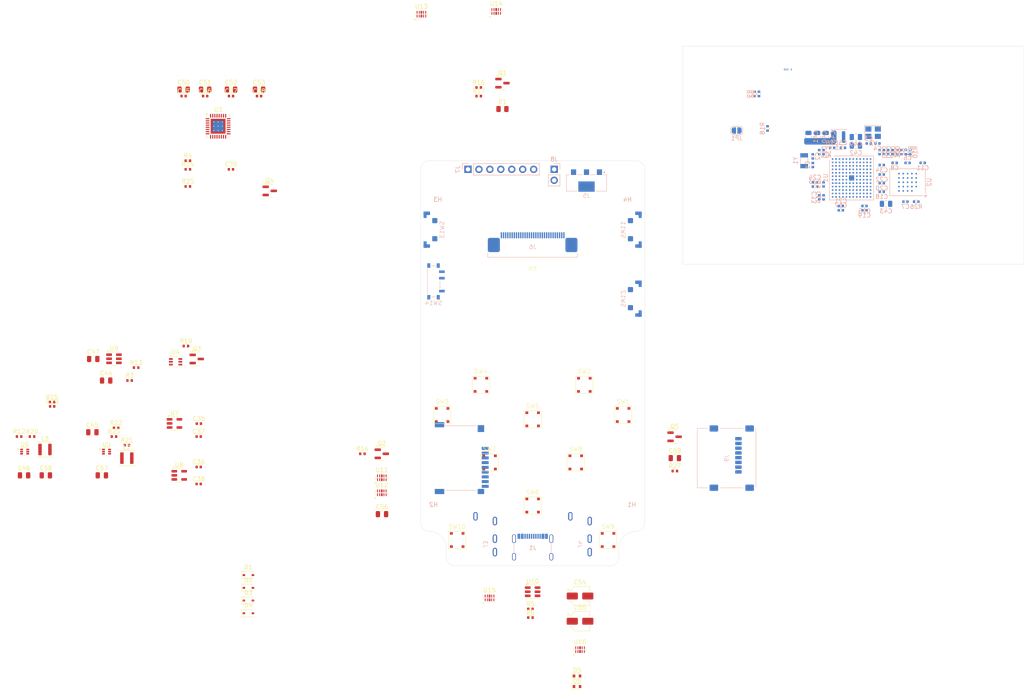
<source format=kicad_pcb>
(kicad_pcb (version 20241229) (generator "pcbnew") (generator_version "9.0")
  (layers (0 "F.Cu" mixed) (4 "In1.Cu" power "F.Gnd") (6 "In2.Cu" power "I.Gnd") (8 "In3.Cu" mixed "I.Cu") (10 "In4.Cu" power "B.Gnd") (2 "B.Cu" mixed) (13 "F.Paste" user) (15 "B.Paste" user) (5 "F.SilkS" user "F.Silkscreen") (7 "B.SilkS" user "B.Silkscreen") (1 "F.Mask" user) (3 "B.Mask" user) (25 "Edge.Cuts" user))
  (net 0 "")
  (net 1 "GND")
  (net 2 "/button_up")
  (net 3 "/button_down")
  (net 4 "/button_left")
  (net 5 "/button_right")
  (net 6 "/button_power")
  (net 7 "/button_select")
  (net 8 "/button_a")
  (net 9 "/button_b")
  (net 10 "/button_x")
  (net 11 "/button_y")
  (net 12 "/button_start")
  (net 13 "/button_vol+")
  (net 14 "/button_vol-")
  (net 15 "/button_hold")
  (net 16 "VBUS")
  (net 17 "/audio/hp_mic")
  (net 18 "/audio/hp_left")
  (net 19 "/audio/hp_com")
  (net 20 "/audio/hp_right")
  (net 21 "/lo_detect")
  (net 22 "+3V0_VBAT")
  (net 23 "+3V3")
  (net 24 "/lcd.d1")
  (net 25 "/lcd.d2")
  (net 26 "/lcd.wrx")
  (net 27 "/lcd.d6")
  (net 28 "/lcd.d3")
  (net 29 "/lcd.rdx")
  (net 30 "/lcd_reset")
  (net 31 "/lcd.d7")
  (net 32 "/lcd.d5")
  (net 33 "/lcd.d0")
  (net 34 "/lcd_led_k")
  (net 35 "/lcd.dcx")
  (net 36 "/lcd.d4")
  (net 37 "/lcd.cs")
  (net 38 "/lcd_led_a")
  (net 39 "+1V8")
  (net 40 "/osc32k_in")
  (net 41 "/osc24m_in")
  (net 42 "/osc32k_out")
  (net 43 "/osc24m_out")
  (net 44 "/audio/dvdd")
  (net 45 "/audio/avdd")
  (net 46 "/audio/lo_right")
  (net 47 "/audio/lo_left")
  (net 48 "/vlxsmps")
  (net 49 "/vfbsmps")
  (net 50 "/cpu_power_on")
  (net 51 "/rtc_wakeup")
  (net 52 "/sdmmc_ext_pwr")
  (net 53 "/sdmmc_ext.cmd")
  (net 54 "/sdmmc_ext.d1")
  (net 55 "/sdmmc_ext.d0")
  (net 56 "/sdmmc_ext.clk")
  (net 57 "/sdmmc_ext.d3")
  (net 58 "/sdmmc_ext_detect")
  (net 59 "/sdmmc_ext.d2")
  (net 60 "/fmc_nwait")
  (net 61 "/hp_micbutton+")
  (net 62 "/hp_micbutton-")
  (net 63 "/boot0")
  (net 64 "/usb_d-")
  (net 65 "/usb_d+")
  (net 66 "/codec_avdd_en")
  (net 67 "/codec_dvdd_en")
  (net 68 "/sdmmc_ext_pwr_en")
  (net 69 "/backlight_pwm")
  (net 70 "/chg_enable")
  (net 71 "/adc_vbus")
  (net 72 "/adc_vbat")
  (net 73 "/codec_reset")
  (net 74 "/audio/micbias")
  (net 75 "/codec_ctl.scl")
  (net 76 "/codec_ctl.sda")
  (net 77 "/chg_charging")
  (net 78 "/codec.wclk")
  (net 79 "/codec.mclk")
  (net 80 "/codec.bclk")
  (net 81 "/codec.drec")
  (net 82 "/codec.dplay")
  (net 83 "/uart_rx")
  (net 84 "/swd.io")
  (net 85 "/xspi_reset")
  (net 86 "/xspi.ck+")
  (net 87 "/xspi.cs")
  (net 88 "/xspi.d1")
  (net 89 "/xspi.d7")
  (net 90 "/xspi.dqs0")
  (net 91 "/xspi.ck-")
  (net 92 "/swd.clk")
  (net 93 "/swd.nrst")
  (net 94 "/xspi.d4")
  (net 95 "/xspi.d5")
  (net 96 "/xspi.d6")
  (net 97 "/xspi.d3")
  (net 98 "/uart_tx")
  (net 99 "/xspi.d0")
  (net 100 "/xspi.d2")
  (net 101 "Net-(U3-MIC2R{slash}LINE2R)")
  (net 102 "Net-(D5-K)")
  (net 103 "Net-(D6-K)")
  (net 104 "Net-(J1-D+-PadA6)")
  (net 105 "Net-(J1-CC2)")
  (net 107 "Net-(J1-D--PadA7)")
  (net 109 "Net-(J1-CC1)")
  (net 145 "/usb_hs_d-")
  (net 146 "/usb_hs_d+")
  (net 147 "/power/reg_en")
  (net 148 "/power/power_vsys")
  (net 149 "+3V0_AUDIO")
  (net 150 "VBAT")
  (net 152 "Net-(U5-SW)")
  (net 153 "Net-(U6-SW)")
  (net 154 "Net-(Q3-G)")
  (net 155 "Net-(U9-PROG)")
  (net 156 "Net-(U6-FB)")
  (net 157 "Net-(U5-FB)")
  (net 160 "/sdmmc_int.d1")
  (net 163 "/sdmmc_int.cmd")
  (net 165 "/sdmmc_int.d2")
  (net 177 "/sdmmc_int.d3")
  (net 178 "/sdmmc_int.clk")
  (net 181 "/sdmmc_int.d0")
  (net 185 "/sdmmc_int_pwr")
  (net 186 "/sdmmc_int_pwr_en")
  (footprint "echoplayer:Switch_SHOUHAN_TS3735PA" (layer "F.Cu") (at 157.5 128)
    (property "Reference" "SW8")
    (property "Value" "DPAD→")
  )
  (footprint "echoplayer:Switch_SHOUHAN_TS3735PA" (layer "F.Cu") (at 168.5 117)
    (property "Reference" "SW1")
    (property "Value" "A")
  )
  (footprint "Capacitor_SMD:C_0402_1005Metric" (layer "F.Cu") (at 70.02 133)
    (property "Reference" "C38")
    (property "Value" "1 µF")
  )
  (footprint "Capacitor_SMD:C_0805_2012Metric" (layer "F.Cu") (at 45.35 121)
    (property "Reference" "C45")
    (property "Value" "4.7 µF")
  )
  (footprint "Capacitor_SMD:C_0402_1005Metric" (layer "F.Cu") (at 77.5 60)
    (property "Reference" "C39")
    (property "Value" "1 µF")
  )
  (footprint "Capacitor_SMD:C_0805_2012Metric" (layer "F.Cu") (at 66.52 41.5)
    (property "Reference" "C50")
    (property "Value" "10 µF")
  )
  (footprint "Capacitor_SMD:C_0402_1005Metric" (layer "F.Cu") (at 71.52 43)
    (property "Reference" "C26")
    (property "Value" "100 nF")
  )
  (footprint "Capacitor_SMD:C_0805_2012Metric" (layer "F.Cu") (at 34.55 131)
    (property "Reference" "C58")
    (property "Value" "22 µF")
  )
  (footprint "echoplayer:Slot_17x2mm" (layer "F.Cu") (at 147.5 85)
    (property "Reference" "H5")
    (property "Value" "17x2mm")
  )
  (footprint "Package_TO_SOT_SMD:SOT-23" (layer "F.Cu") (at 140.5 40)
    (property "Reference" "Q1")
    (property "Value" "AO3401A")
  )
  (footprint "Resistor_SMD:R_0402_1005Metric" (layer "F.Cu") (at 50.35 122)
    (property "Reference" "R23")
    (property "Value" "68 kΩ")
  )
  (footprint "Resistor_SMD:R_0402_1005Metric" (layer "F.Cu") (at 53.35 124)
    (property "Reference" "R21")
    (property "Value" "68 kΩ")
  )
  (footprint "echoplayer:TECHPUBLIC_UDFN-10_1.0x2.5mm_P0.5mm" (layer "F.Cu") (at 137.5 159.4375)
    (property "Reference" "U15")
    (property "Value" "TPAZ1143-04F")
  )
  (footprint "Package_TO_SOT_SMD:SOT-23" (layer "F.Cu") (at 69.5625 104)
    (property "Reference" "Q3")
    (property "Value" "AO3401A")
  )
  (footprint "Resistor_SMD:R_0402_1005Metric" (layer "F.Cu") (at 146.99 162.01)
    (property "Reference" "R5")
    (property "Value" "5.1 kΩ")
  )
  (footprint "Package_TO_SOT_SMD:SOT-23" (layer "F.Cu") (at 180.4375 122.05)
    (property "Reference" "Q5")
    (property "Value" "AO3401A")
  )
  (footprint "Resistor_SMD:R_0402_1005Metric" (layer "F.Cu") (at 134.99 43)
    (property "Reference" "R17")
    (property "Value" "68 kΩ")
  )
  (footprint "Resistor_SMD:R_0402_1005Metric" (layer "F.Cu") (at 28.35 122)
    (property "Reference" "R12")
    (property "Value" "15 kΩ")
  )
  (footprint "Resistor_SMD:R_0805_2012Metric" (layer "F.Cu") (at 140.5 46)
    (property "Reference" "R1")
    (property "Value" "3.9 Ω, 125 mW")
  )
  (footprint "Resistor_SMD:R_0402_1005Metric" (layer "F.Cu") (at 67.5 63.97)
    (property "Reference" "R25")
    (property "Value" "68 kΩ")
  )
  (footprint "Package_TO_SOT_SMD:TSOT-23-6" (layer "F.Cu") (at 50.3625 103.95)
    (property "Reference" "U9")
    (property "Value" "TP4057")
  )
  (footprint "Diode_SMD:D_SOD-523" (layer "F.Cu") (at 157.8 180)
    (property "Reference" "D6")
    (property "Value" "ESD5Z3.3C")
  )
  (footprint "Diode_SMD:D_SOD-523" (layer "F.Cu") (at 157.8 177.55)
    (property "Reference" "D5")
    (property "Value" "ESD5Z3.3C")
  )
  (footprint "echoplayer:Switch_SHOUHAN_TS3735PA" (layer "F.Cu") (at 147.5 118)
    (property "Reference" "SW5")
    (property "Value" "DPAD↑")
  )
  (footprint "Resistor_SMD:R_0402_1005Metric" (layer "F.Cu") (at 31.35 122)
    (property "Reference" "R20")
    (property "Value" "68 kΩ")
  )
  (footprint "Resistor_SMD:R_0402_1005Metric" (layer "F.Cu") (at 180.5 130)
    (property "Reference" "R27")
    (property "Value" "68 kΩ")
  )
  (footprint "Capacitor_SMD:C_0805_2012Metric" (layer "F.Cu") (at 45.55 104)
    (property "Reference" "C47")
    (property "Value" "4.7 µF")
  )
  (footprint "Package_TO_SOT_SMD:SOT-23" (layer "F.Cu") (at 86.5 65)
    (property "Reference" "Q4")
    (property "Value" "AO3401A")
  )
  (footprint "Package_DFN_QFN:Texas_RHB0032E_VQFN-32-1EP_5x5mm_P0.5mm_EP3.45x3.45mm_ThermalVias" (layer "F.Cu") (at 74.52 50)
    (property "Reference" "U3")
    (property "Value" "TLV320AIC3104")
  )
  (footprint "Diode_SMD:D_SOD-323" (layer "F.Cu") (at 81.55 157.1)
    (property "Reference" "D2")
    (property "Value" "1N5819WS")
  )
  (footprint "Capacitor_SMD:C_0805_2012Metric" (layer "F.Cu") (at 71.52 41.5)
    (property "Reference" "C51")
    (property "Value" "10 µF")
  )
  (footprint "Resistor_SMD:R_0402_1005Metric" (layer "F.Cu") (at 35.99 114)
    (property "Reference" "R15")
    (property "Value" "68 kΩ")
  )
  (footprint "Capacitor_SMD:C_0402_1005Metric" (layer "F.Cu") (at 70.02 129.06)
    (property "Reference" "C36")
    (property "Value" "1 µF")
  )
  (footprint "Resistor_SMD:R_0402_1005Metric" (layer "F.Cu") (at 146.99 164)
    (property "Reference" "R6")
    (property "Value" "5.1 kΩ")
  )
  (footprint "echoplayer:TECHPUBLIC_UDFN-10_1.0x2.5mm_P0.5mm" (layer "F.Cu") (at 139.045 23.3575)
    (property "Reference" "U14")
    (property "Value" "TPAZ1143-04F")
  )
  (footprint "echoplayer:Switch_SHOUHAN_TS3735PA" (layer "F.Cu") (at 159.5 110)
    (property "Reference" "SW2")
    (property "Value" "B")
  )
  (footprint "echoplayer:Switch_SHOUHAN_TS3735PA" (layer "F.Cu") (at 130 146)
    (property "Reference" "SW10")
    (property "Value" "SELECT")
  )
  (footprint "Capacitor_SMD:C_0402_1005Metric" (layer "F.Cu") (at 77.52 43)
    (property "Reference" "C27")
    (property "Value" "100 nF")
  )
  (footprint "Capacitor_SMD:C_0805_2012Metric" (layer "F.Cu") (at 180.5 127)
    (property "Reference" "C59")
    (property "Value" "22 µF")
  )
  (footprint "Diode_SMD:D_SOD-323" (layer "F.Cu") (at 81.55 154.15)
    (property "Reference" "D1")
    (property "Value" "1N5819WS")
  )
  (footprint "Capacitor_SMD:C_0805_2012Metric" (layer "F.Cu") (at 84.02 41.5)
    (property "Reference" "C53")
    (property "Value" "10 µF")
  )
  (footprint "Resistor_SMD:R_0402_1005Metric" (layer "F.Cu") (at 67.5 58)
    (property "Reference" "R4")
    (property "Value" "2.2 kΩ")
  )
  (footprint "echoplayer:Switch_SHOUHAN_TS3735PA" (layer "F.Cu") (at 147.5 138)
    (property "Reference" "SW6")
    (property "Value" "DPAD↓")
  )
  (footprint "Package_TO_SOT_SMD:SOT-23-5" (layer "F.Cu") (at 64.4025 118.95)
    (property "Reference" "U7")
    (property "Value" "AP2125K-3.0")
  )
  (footprint "Package_TO_SOT_SMD:SOT-23-5" (layer "F.Cu") (at 65.5 131)
    (property "Reference" "U8")
    (property "Value" "AP2125K-3.0")
  )
  (footprint "Capacitor_SMD:CP_Elec_4x5.4" (layer "F.Cu") (at 158.5 164.85)
    (property "Reference" "C55")
    (property "Value" "10 µF/Al")
  )
  (footprint "Diode_SMD:D_SOD-323" (layer "F.Cu") (at 81.55 160.05)
    (property "Reference" "D3")
    (property "Value" "1N5819WS")
  )
  (footprint "Capacitor_SMD:CP_Elec_4x5.4" (layer "F.Cu") (at 158.5 159)
    (property "Reference" "C54")
    (property "Value" "10 µF/Al")
  )
  (footprint "Resistor_SMD:R_0402_1005Metric" (layer "F.Cu") (at 67.5 59.99)
    (property "Reference" "R24")
    (property "Value" "68 kΩ")
  )
  (footprint "Package_TO_SOT_SMD:SOT-563" (layer "F.Cu") (at 48.6375 125.5)
    (property "Reference" "U5")
    (property "Value" "TPS62A01DRLR")
  )
  (footprint "Package_TO_SOT_SMD:Texas_R-PDSO-G6" (layer "F.Cu") (at 64.6625 104.65)
    (property "Reference" "U4")
    (property "Value" "LM66100DCK")
  )
  (footprint "echoplayer:TECHPUBLIC_UDFN-10_1.0x2.5mm_P0.5mm" (layer "F.Cu") (at 158.5 171.4375)
    (property "Reference" "U16")
    (property "Value" "TPAZ1143-04F")
  )
  (footprint "echoplayer:Switch_SHOUHAN_TS3735PA" (layer "F.Cu") (at 137.5 128)
    (property "Reference" "SW7")
    (property "Value" "DPAD←")
  )
  (footprint "Resistor_SMD:R_0402_1005Metric" (layer "F.Cu") (at 50.86 120)
    (property "Reference" "R22")
    (property "Value" "68 kΩ")
  )
  (footprint "Inductor_SMD:L_Changjiang_FNR3015S" (layer "F.Cu") (at 53.35 127)
    (property "Reference" "L2")
    (property "Value" "2.2 µH")
  )
  (footprint "echoplayer:TECHPUBLIC_UDFN-10_1.0x2.5mm_P0.5mm" (layer "F.Cu") (at 112.5 131.5625)
    (property "Reference" "U11")
    (property "Value" "TPAZ1143-04F")
  )
  (footprint "echoplayer:Switch_SHOUHAN_TS3735PA" (layer "F.Cu") (at 126.5 117)
    (property "Reference" "SW3")
    (property "Value" "X")
  )
  (footprint "Capacitor_SMD:C_0402_1005Metric" (layer "F.Cu") (at 84.02 43)
    (property "Reference" "C28")
    (property "Value" "100 nF")
  )
  (footprint "Resistor_SMD:R_0402_1005Metric" (layer "F.Cu") (at 134.99 41.01)
    (property "Reference" "R16")
    (property "Value" "68 kΩ")
  )
  (footprint "Capacitor_SMD:C_0805_2012Metric" (layer "F.Cu") (at 48.55 109)
    (property "Reference" "C44")
    (property "Value" "4.7 µF")
  )
  (footprint "Capacitor_SMD:C_0402_1005Metric" (layer "F.Cu") (at 36.02 115)
    (property "Reference" "C29")
    (property "Value" "1 µF")
  )
  (footprint "echoplayer:Switch_SHOUHAN_TS3735PA" (layer "F.Cu") (at 165 146)
    (property "Reference" "SW9")
    (property "Value" "START")
  )
  (footprint "Resistor_SMD:R_0402_1005Metric" (layer "F.Cu") (at 55.5 106)
    (property "Reference" "R13")
    (property "Value" "15 kΩ")
  )
  (footprint "Inductor_SMD:L_Changjiang_FNR3015S" (layer "F.Cu") (at 34.35 125)
    (property "Reference" "L3")
    (property "Value" "2.2 µH")
  )
  (footprint "echoplayer:TECHPUBLIC_UDFN-10_1.0x2.5mm_P0.5mm" (layer "F.Cu") (at 121.695 24)
    (property "Reference" "U13")
    (property "Value" "TPAZ1143-04F")
  )
  (footprint "Package_TO_SOT_SMD:SOT-23" (layer "F.Cu") (at 112.5 126)
    (property "Reference" "Q2")
    (property "Value" "AO3401A")
  )
  (footprint "Capacitor_SMD:C_0805_2012Metric" (layer "F.Cu") (at 77.52 41.5)
    (property "Reference" "C52")
    (property "Value" "10 µF")
  )
  (footprint "Resistor_SMD:R_0402_1005Metric" (layer "F.Cu") (at 108.01 126)
    (property "Reference" "R14")
    (property "Value" "68 kΩ")
  )
  (footprint "echoplayer:TECHPUBLIC_UDFN-10_1.0x2.5mm_P0.5mm" (layer "F.Cu") (at 112.5 135.0475)
    (property "Reference" "U12")
    (property "Value" "TPAZ1143-04F")
  )
  (footprint "echoplayer:Switch_SHOUHAN_TS3735PA" (layer "F.Cu") (at 135.5 110)
    (property "Reference" "SW4")
    (property "Value" "Y")
  )
  (footprint "Capacitor_SMD:C_0402_1005Metric" (layer "F.Cu") (at 70.06 119)
    (property "Reference" "C35")
    (property "Value" "1 µF")
  )
  (footprint "Diode_SMD:D_SOD-323" (layer "F.Cu") (at 81.55 163)
    (property "Reference" "D4")
    (property "Value" "1N5819WS")
  )
  (footprint "Capacitor_SMD:C_0805_2012Metric" (layer "F.Cu") (at 112.55 140)
    (property "Reference" "C56")
    (property "Value" "22 µF")
  )
  (footprint "Resistor_SMD:R_0402_1005Metric" (layer "F.Cu") (at 53.99 109)
    (property "Reference" "R3")
    (property "Value" "2.2 kΩ")
  )
  (footprint "Capacitor_SMD:C_0402_1005Metric" (layer "F.Cu") (at 70.02 122)
    (property "Reference" "C37")
    (property "Value" "1 µF")
  )
  (footprint "Package_TO_SOT_SMD:SOT-23-6" (layer "F.Cu") (at 147.5 158)
    (property "Reference" "U10")
    (property "Value" "USBLC6-2SC6")
  )
  (footprint "Capacitor_SMD:C_0805_2012Metric" (layer "F.Cu") (at 29.5 131)
    (property "Reference" "C46")
    (property "Value" "4.7 µF")
  )
  (footprint "Capacitor_SMD:C_0805_2012Metric" (layer "F.Cu") (at 47.55 131)
    (property "Reference" "C57")
    (property "Value" "22 µF")
  )
  (footprint "Capacitor_SMD:C_0402_1005Metric" (layer "F.Cu") (at 66.52 43)
    (property "Reference" "C25")
    (property "Value" "100 nF")
  )
  (footprint "Resistor_SMD:R_0402_1005Metric" (layer "F.Cu") (at 67.0525 101)
    (property "Reference" "R19")
    (property "Value" "68 kΩ")
  )
  (footprint "Package_TO_SOT_SMD:SOT-563" (layer "F.Cu") (at 29.6375 125.5)
    (property "Reference" "U6")
    (property "Value" "TPS62A01DRLR")
  )
  (footprint "Package_BGA:UFBGA-144_10x10mm_Layout12x12_P0.8mm" (layer "B.Cu") (at 221.5 62 -90)
    (property "Reference" "U1")
    (property "Value" "STM32H7R3Z8Jx")
  )
  (footprint "Inductor_SMD:L_Changjiang_FNR3015S" (layer "B.Cu") (at 218.5 52.5)
    (property "Reference" "L1")
    (property "Value" "2.2 µH")
  )
  (footprint "Capacitor_SMD:C_0402_1005Metric" (layer "B.Cu") (at 219 69.5 180)
    (property "Reference" "C17")
    (property "Value" "100 nF")
  )
  (footprint "Resistor_SMD:R_0402_1005Metric" (layer "B.Cu") (at 234.1 56 90)
    (property "Reference" "R11")
    (property "Value" "15 kΩ")
  )
  (footprint "Capacitor_SMD:C_0402_1005Metric" (layer "B.Cu") (at 234 67.5)
    (property "Reference" "C7")
    (property "Value" "100 nF")
  )
  (footprint "MountingHole:MountingHole_2.2mm_M2" (layer "B.Cu") (at 170.5 141 180)
    (property "Reference" "H1")
    (property "Value" "M2x2mm")
  )
  (footprint "echoplayer:NetTie_0.15mm_SMD" (layer "B.Cu") (at 207.5 36.825 -90)
    (property "Reference" "NT1" (hide yes))
    (property "Value" "NetTie_2" (hide yes))
  )
  (footprint "Capacitor_SMD:C_0402_1005Metric" (layer "B.Cu") (at 215 66.5 -90)
    (property "Reference" "C14")
    (property "Value" "100 nF")
  )
  (footprint "echoplayer:NetTie_0.15mm_SMD" (layer "B.Cu") (at 206.7 36.825 -90)
    (property "Reference" "NT2" (hide yes))
    (property "Value" "NetTie_2" (hide yes))
  )
  (footprint "Capacitor_SMD:C_0402_1005Metric" (layer "B.Cu") (at 228 56 90)
    (property "Reference" "C30")
    (property "Value" "1 µF")
  )
  (footprint "Capacitor_SMD:C_0402_1005Metric" (layer "B.Cu") (at 213 64 180)
    (property "Reference" "C23")
    (property "Value" "100 nF")
  )
  (footprint "Capacitor_SMD:C_0402_1005Metric" (layer "B.Cu") (at 214 66.5 -90)
    (property "Reference" "C33")
    (property "Value" "1 µF")
  )
  (footprint "Capacitor_SMD:C_0805_2012Metric" (layer "B.Cu") (at 213.5 52.5 90)
    (property "Reference" "C40")
    (property "Value" "4.7 µF")
  )
  (footprint "Capacitor_SMD:C_0402_1005Metric" (layer "B.Cu") (at 214 56 90)
    (property "Reference" "C13")
    (property "Value" "100 nF")
  )
  (footprint "Resistor_SMD:R_0402_1005Metric" (layer "B.Cu") (at 199 42.5 -90)
    (property "Reference" "R9")
    (property "Value" "15 kΩ")
  )
  (footprint "echoplayer:Jack_3.5mm_HCTL_HC-PJ-320A-4P-D" (layer "B.Cu") (at 158.5 147 90)
    (property "Reference" "J4")
    (property "Value" "LO_3.5mm")
  )
  (footprint "Capacitor_SMD:C_0402_1005Metric" (layer "B.Cu") (at 212.5 59 -90)
    (property "Reference" "C1")
    (property "Value" "10 pF")
  )
  (footprint "Capacitor_SMD:C_0402_1005Metric" (layer "B.Cu") (at 229 56 90)
    (property "Reference" "C10")
    (property "Value" "100 nF")
  )
  (footprint "Capacitor_SMD:C_0402_1005Metric" (layer "B.Cu") (at 228.5 65.2)
    (property "Reference" "C18")
    (property "Value" "100 nF")
  )
  (footprint "echoplayer:Switch_HROPARTS_K2-1112SA-A4DW-01" (layer "B.Cu") (at 171.5 90 90)
    (property "Reference" "SW12")
    (property "Value" "VOL-")
  )
  (footprint "echoplayer:Conn_Jushuo_AFC07-S30ECA-00_RTL" (layer "B.Cu") (at 147.5 76 180)
    (property "Reference" "J6")
    (property "Value" "AFC07-S30ECA-00")
  )
  (footprint "Capacitor_SMD:C_0402_1005Metric" (layer "B.Cu") (at 224.5 68.5)
    (property "Reference" "C15")
    (property "Value" "100 nF")
  )
  (footprint "Capacitor_SMD:C_0402_1005Metric" (layer "B.Cu") (at 225.5 54 180)
    (property "Reference" "C3")
    (property "Value" "10 pF")
  )
  (footprint "Capacitor_SMD:C_0805_2012Metric" (layer "B.Cu") (at 229.5 68)
    (property "Reference" "C43")
    (property "Value" "4.7 µF")
  )
  (footprint "Resistor_SMD:R_0402_1005Metric" (layer "B.Cu") (at 236.5 67.5)
    (property "Reference" "R26")
    (property "Value" "68 kΩ")
  )
  (footprint "echoplayer:Switch_SHOUHAN_MSK12C02-HB" (layer "B.Cu") (at 124.5 86 -90)
    (property "Reference" "SW14")
    (property "Value" "HOLD")
  )
  (footprint "echoplayer:Jack_3.5mm_HCTL_HC-PJ-320A-4P-D" (layer "B.Cu") (at 136.5 147 90)
    (property "Reference" "J3")
    (property "Value" "HP_3.5mm")
  )
  (footprint "Resistor_SMD:R_0402_1005Metric" (layer "B.Cu") (at 233.1 56 -90)
    (property "Reference" "R2")
    (property "Value" "2.2 kΩ")
  )
  (footprint "Capacitor_SMD:C_0402_1005Metric" (layer "B.Cu") (at 219.5 55 180)
    (property "Reference" "C5")
    (property "Value" "220 pF")
  )
  (footprint "Jumper:SolderJumper-2_P1.3mm_Open_RoundedPad1.0x1.5mm" (layer "B.Cu") (at 194.85 51)
    (property "Reference" "JP1")
    (property "Value" "SolderJumper_2_Open")
  )
  (footprint "Capacitor_SMD:C_0402_1005Metric" (layer "B.Cu") (at 231.5 58.5)
    (property "Reference" "C8")
    (property "Value" "100 nF")
  )
  (footprint "Capacitor_SMD:C_0402_1005Metric" (layer "B.Cu") (at 228.5 61.2)
    (property "Reference" "C22")
    (property "Value" "100 nF")
  )
  (footprint "echoplayer:Switch_HROPARTS_K2-1112SA-A4DW-01" (layer "B.Cu") (at 123.5 74 -90)
    (property "Reference" "SW13")
    (property "Value" "POWER")
  )
  (footprint "Capacitor_SMD:C_0805_2012Metric" (layer "B.Cu") (at 222.5 54.5)
    (property "Reference" "C42")
    (property "Value" "4.7 µF")
  )
  (footprint "Capacitor_SMD:C_0402_1005Metric" (layer "B.Cu") (at 224.5 69.5)
    (property "Reference" "C19")
    (property "Value" "100 nF")
  )
  (footprint "Capacitor_SMD:C_0805_2012Metric" (layer "B.Cu") (at 215.5 52.5 90)
    (property "Reference" "C48")
    (property "Value" "10 µF")
  )
  (footprint "Capacitor_SMD:C_0402_1005Metric" (layer "B.Cu") (at 215 63.5 -90)
    (property "Reference" "C9")
    (property "Value" "100 nF")
  )
  (footprint "Crystal:Crystal_SMD_3225-4Pin_3.2x2.5mm" (layer "B.Cu") (at 226.5 51.5)
    (property "Reference" "Y2")
    (property "Value" "XTM32024000JT00351001")
  )
  (footprint "echoplayer:USB_C-Hroparts-TYPE-C-31-M-12" (layer "B.Cu") (at 147.5 146.21 180)
    (property "Reference" "J1")
    (property "Value" "TYPE-C-31-M-12")
  )
  (footprint "echoplayer:NetTie_0.10mm_SMD" (layer "B.Cu") (at 217.5 63.2 -90)
    (property "Reference" "NT4" (hide yes))
    (property "Value" "NetTie_2" (hide yes))
  )
  (footprint "echoplayer:NetTie_0.15mm_SMD" (layer "B.Cu") (at 205.9 36.825 -90)
    (property "Reference" "NT5" (hide yes))
    (property "Value" "NetTie_2" (hide yes))
  )
  (footprint "Capacitor_SMD:C_0402_1005Metric" (layer "B.Cu") (at 238 58.5)
    (property "Reference" "C11")
    (property "Value" "100 nF")
  )
  (footprint "MountingHole:MountingHole_4mm" (layer "B.Cu") (at 125.5 62)
    (property "Reference" "H3")
    (property "Value" "4mm")
  )
  (footprint "Resistor_SMD:R_0402_1005Metric" (layer "B.Cu") (at 202 50.51 -90)
    (property "Reference" "R18")
    (property "Value" "68 kΩ")
  )
  (footprint "Capacitor_SMD:C_0402_1005Metric" (layer "B.Cu") (at 228.5 59)
    (property "Reference" "C34")
    (property "Value" "1 µF")
  )
  (footprint "Capacitor_SMD:C_0402_1005Metric" (layer "B.Cu") (at 217 55 180)
    (property "Reference" "C16")
    (property "Value" "100 nF")
  )
  (footprint "Crystal:Crystal_SMD_3215-2Pin_3.2x1.5mm" (layer "B.Cu") (at 210.5 58 -90)
    (property "Reference" "Y1")
    (property "Value" "SC-32S32.768kHz20PPM12.5pF")
  )
  (footprint "MountingHole:MountingHole_4mm" (layer "B.Cu") (at 169.5 62)
    (property "Reference" "H4")
    (property "Value" "4mm")
  )
  (footprint "Capacitor_SMD:C_0402_1005Metric" (layer "B.Cu") (at 212.5 57 90)
    (property "Reference" "C2")
    (property "Value" "10 pF")
  )
  (footprint "Connector_PinHeader_2.54mm:PinHeader_1x07_P2.54mm_Vertical" (layer "B.Cu") (at 132.5 60 -90)
    (property "Reference" "J7")
    (property "Value" "Conn_SWDUART")
  )
  (footprint "echoplayer:Conn_GT-BTP30003-xxxxA-016A" (layer "B.Cu") (at 160 62 180)
    (property "Reference" "J5")
    (property "Value" "GT-BTP30003-xxxA-16A")
  )
  (footprint "Resistor_SMD:R_0402_1005Metric" (layer "B.Cu") (at 200 42.5 -90)
    (property "Reference" "R8")
    (property "Value" "15 kΩ")
  )
  (footprint "echoplayer:microSD_XUNPU_TF-115" (layer "B.Cu") (at 129.5 127 90)
    (property "Reference" "J2" (hide yes))
    (property "Value" "TF-115")
  )
  (footprint "Capacitor_SMD:C_0402_1005Metric" (layer "B.Cu") (at 219 68.5 180)
    (property "Reference" "C21")
    (property "Value" "100 nF")
  )
  (footprint "Capacitor_SMD:C_0402_1005Metric" (layer "B.Cu") (at 227.5 54)
    (property "Reference" "C4")
    (property "Value" "10 pF")
  )
  (footprint "echoplayer:microSD_XUNPU_TF-102-15" (layer "B.Cu") (at 192.5 127 -90)
    (property "Reference" "J9")
    (property "Value" "Micro_SD_Card")
  )
  (footprint "Capacitor_SMD:C_0402_1005Metric" (layer "B.Cu") (at 215 56 90)
    (property "Reference" "C32")
    (property "Value" "1 µF")
  )
  (footprint "Capacitor_SMD:C_0402_1005Metric" (layer "B.Cu") (at 231 56 90)
    (property "Reference" "C31")
    (property "Value" "1 µF")
  )
  (footprint "Resistor_SMD:R_0402_1005Metric" (layer "B.Cu") (at 235.1 56 90)
    (property "Reference" "R10")
    (property "Value" "15 kΩ")
  )
  (footprint "Connector_PinHeader_2.54mm:PinHeader_1x02_P2.54mm_Vertical" (layer "B.Cu") (at 152.5 60 180)
    (property "Reference" "J8")
    (property "Value" "BATT")
  )
  (footprint "Resistor_SMD:R_0402_1005Metric" (layer "B.Cu") (at 232.1 56 90)
    (property "Reference" "R7")
    (property "Value" "5.1 kΩ")
  )
  (footprint "Capacitor_SMD:C_0402_1005Metric" (layer "B.Cu") (at 230 56 90)
    (property "Reference" "C12")
    (property "Value" "100 nF")
  )
  (footprint "echoplayer:Switch_HROPARTS_K2-1112SA-A4DW-01" (layer "B.Cu") (at 171.5 74 90)
    (property "Reference" "SW11")
    (property "Value" "VOL+")
  )
  (footprint "MountingHole:MountingHole_2.2mm_M2" (layer "B.Cu") (at 124.5 141 180)
    (property "Reference" "H2")
    (property "Value" "M2x2mm")
  )
  (footprint "Capacitor_SMD:C_0402_1005Metric" (layer "B.Cu") (at 228.5 63.2)
    (property "Reference" "C20")
    (property "Value" "100 nF")
  )
  (footprint "Capacitor_SMD:C_0805_2012Metric" (layer "B.Cu") (at 222.5 52.5)
    (property "Reference" "C49")
    (property "Value" "10 µF")
  )
  (footprint "Capacitor_SMD:C_0805_2012Metric" (layer "B.Cu") (at 211.5 52.5 90)
    (property "Reference" "C41")
    (property "Value" "4.7 µF")
  )
  (footprint "Capacitor_SMD:C_0402_1005Metric" (layer "B.Cu") (at 234.5 58.5 180)
    (property "Reference" "C6")
    (property "Value" "100 nF")
  )
  (footprint "echoplayer:TFBGA-24_6x8mm_Layout5x5_P1.0mm_Ball0.4mm" (layer "B.Cu") (at 234.5 63 90)
    (property "Reference" "U2")
    (property "Value" "W958D8NBYA5I")
  )
  (footprint "echoplayer:NetTie_0.15mm_SMD" (layer "B.Cu") (at 206.3 36.825 -90)
    (property "Reference" "NT6" (hide yes))
    (property "Value" "NetTie_2" (hide yes))
  )
  (footprint "echoplayer:NetTie_0.10mm_SMD" (layer "B.Cu") (at 218.3 63.2 -90)
    (property "Reference" "NT3" (hide yes))
    (property "Value" "NetTie_2" (hide yes))
  )
  (footprint "Capacitor_SMD:C_0402_1005Metric" (layer "B.Cu") (at 213 63 180)
    (property "Reference" "C24")
    (property "Value" "100 nF")
  )
  (gr_line (start 129.5 152) (end 165.5 152) (stroke (width 0.05)) (layer "Edge.Cuts"))
  (gr_arc (start 121.5 60) (mid 122.085786 58.585786) (end 123.5 58) (stroke (width 0.05)) (layer "Edge.Cuts"))
  (gr_line (start 127.5 150) (end 127.5 148) (stroke (width 0.05)) (layer "Edge.Cuts"))
  (gr_arc (start 123.5 144) (mid 126.328427 145.171573) (end 127.5 148) (stroke (width 0.05)) (layer "Edge.Cuts"))
  (gr_arc (start 173.5 142) (mid 172.914214 143.414214) (end 171.5 144) (stroke (width 0.05)) (layer "Edge.Cuts"))
  (gr_line (start 167.5 150) (end 167.5 148) (stroke (width 0.05)) (layer "Edge.Cuts"))
  (gr_arc (start 129.5 152) (mid 128.085786 151.414214) (end 127.5 150) (stroke (width 0.05)) (layer "Edge.Cuts"))
  (gr_line (start 121.5 60) (end 121.5 142) (stroke (width 0.05)) (layer "Edge.Cuts"))
  (gr_arc (start 167.5 150) (mid 166.914214 151.414214) (end 165.5 152) (stroke (width 0.05)) (layer "Edge.Cuts"))
  (gr_line (start 171.5 58) (end 123.5 58) (stroke (width 0.05)) (layer "Edge.Cuts"))
  (gr_line (start 173.5 142) (end 173.5 60) (stroke (width 0.05)) (layer "Edge.Cuts"))
  (gr_arc (start 171.5 58) (mid 172.914214 58.585786) (end 173.5 60) (stroke (width 0.05)) (layer "Edge.Cuts"))
  (gr_rect (start 182.3 31.4) (end 261.5 82) (stroke (width 0.05)) (fill no) (layer "Edge.Cuts"))
  (gr_arc (start 167.5 148) (mid 168.671573 145.171573) (end 171.5 144) (stroke (width 0.05)) (layer "Edge.Cuts"))
  (gr_arc (start 123.5 144) (mid 122.085786 143.414214) (end 121.5 142) (stroke (width 0.05)) (layer "Edge.Cuts"))
  (via (at 234.1 55.49) (size 0.45) (drill 0.3) (layers "F.Cu" "B.Cu") (net 1))
  (via (at 235.1 55.49) (size 0.45) (drill 0.3) (layers "F.Cu" "B.Cu") (net 16))
  (segment (start 234.1 56.51) (end 235.1 56.51) (width 0.15) (layer "B.Cu") (net 71))
  (zone (net 49) (net_name "/vfbsmps") (layers "F.Cu" "B.Cu" "In3.Cu") (priority 4) (connect_pads yes (clearance 0)) (min_thickness 0.25) (fill yes (thermal_gap 0.5) (thermal_bridge_width 0.5))
    (polygon (pts (xy 220.9 61.4) (xy 222.1 61.4) (xy 222.1 62.6) (xy 220.9 62.6)))
  )
  (zone (net 49) (net_name "/vfbsmps") (layer "B.Cu") (priority 3) (connect_pads yes (clearance 0)) (min_thickness 0.25) (fill yes (thermal_gap 0.5) (thermal_bridge_width 0.5))
    (polygon (pts (xy 210.5 53) (xy 210.75 52.75) (xy 216.5 52.75) (xy 216.75 52.5) (xy 216.75 51.25) (xy 217 51) (xy 217.75 51) (xy 218 51.25) (xy 218 53.75) (xy 217.5 54.25) (xy 210.75 54.25) (xy 210.5 54)))
  )
)
</source>
